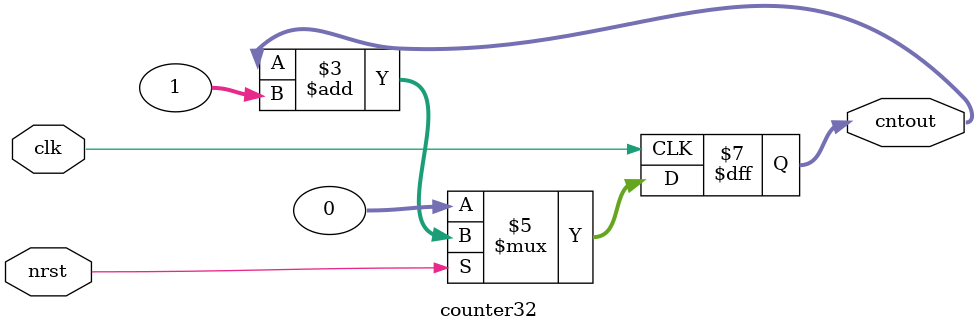
<source format=v>

module top(	input CLOCK_50,
	input [1:0]  SW,
	output [3:0] LEDR,
	output [6:0] HEX0,
	input 	     nrst    
);

   wire [31:0] 	     cnt;
   wire [3:0] 	     selcnt;
   assign  LEDR = selcnt;
   
   counter32  cc( .clk(CLOCK_50), .nrst(nrst), .cntout(cnt));
   mux4x4     mm( .cntout(cnt), .selout(selcnt), .sel(SW) );
   roulette   rr( .clk(CLOCK_50), .nrst(nrst), .cntout1(selcnt[0]), .ledout(HEX0) );
   
endmodule

module roulette ( clk, nrst, cntout1, ledout );
   input clk, nrst;
   input cntout1;
   output [6:0] ledout;

   reg [5:0] rr;
   reg 	     cntout0;
   
   assign ledout = ~{1'b 0, rr};
   
   always @(posedge clk) begin
      if( !nrst ) begin
	 rr <= 6'b 1;
	 cntout0 <= 0;
      end else if( cntout1 == 0 && cntout0 == 1 )	rr <= {rr[4:0],rr[5]};
      cntout0 <= cntout1;
   end
endmodule

module mux4x4 ( cntout, selout, sel );
   input [31:0] cntout;
   input [1:0] 	sel;
   output [3:0] selout;

   assign selout = ((sel == 2'b 00) ? cntout[31:28] :
	    ((sel == 2'b 01) ? cntout[29:26] :
	    ((sel == 2'b 10) ? cntout[27:24] :cntout[25:22] )));

endmodule

module counter32 ( clk, nrst, cntout );
   input clk;   // CLOCK0 (50MHz)
   input nrst;   // HPS_NRST
   output [31:0] cntout;
   reg [31:0] 	 cntout;
   
  
   always @(posedge clk) begin
      if( !nrst ) cntout <= 0;
      else cntout <= cntout + 1;
   end
endmodule // counter32

</source>
